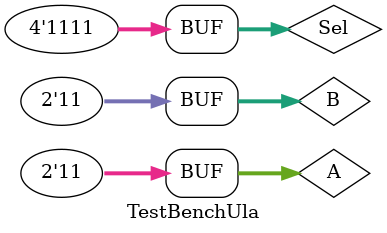
<source format=v>
module TestBenchUla();
reg [3:0]Sel;
reg [1:0]A, B;
wire [1:0]Saida;

ula u1(.Sel(Sel), .A(A), .B(B), .Saida(Saida));

initial begin
//Sel = 0000 -> Soma
		A = 2'b00; B = 1'b0; Sel = 4'b0000; #10;
		A = 2'b00; B = 1'b1; Sel = 4'b0000; #10; 
		A = 2'b01; B = 1'b0; Sel = 4'b0000; #10;
		A = 2'b01; B = 1'b1; Sel = 4'b0000; #10; 
		A = 2'b10; B = 1'b0; Sel = 4'b0000; #10;
		A = 2'b10; B = 1'b1; Sel = 4'b0000; #10; 
		A = 2'b11; B = 1'b0; Sel = 4'b0000; #10;
		A = 2'b11; B = 1'b1; Sel = 4'b0000; #10; 
//Sel = 0001 -> Subtração
		A = 2'b00; B =	1'b0; Sel = 4'b0001; #10; 
		A = 2'b00; B = 1'b1; Sel = 4'b0001; #10; 
		A = 2'b01; B = 1'b0; Sel = 4'b0001; #10;
		A = 2'b01; B = 1'b1; Sel = 4'b0001; #10; 
		A = 2'b10; B = 1'b0; Sel = 4'b0001; #10;
		A = 2'b10; B = 1'b1; Sel = 4'b0001; #10; 
		A = 2'b11; B = 1'b0; Sel = 4'b0001; #10;
		A = 2'b11; B = 1'b1; Sel = 4'b0001; #10; 
//Sel = 0010 -> Multiplicação
		A = 2'b00; B = 1'b0; Sel = 4'b0010; #10; 
		A = 2'b00; B = 1'b1; Sel = 4'b0010; #10; 
		A = 2'b01; B = 1'b0; Sel = 4'b0010; #10;
		A = 2'b01; B = 1'b1; Sel = 4'b0010; #10;  
		A = 2'b10; B = 1'b0; Sel = 4'b0010; #10;
		A = 2'b10; B = 1'b1; Sel = 4'b0010; #10; 
		A = 2'b11; B = 1'b0; Sel = 4'b0010; #10;
		A = 2'b11; B = 1'b1; Sel = 4'b0010; #10; 
//Sel = 0011 -> Divisão
		A = 2'b00; B = 1'b0; Sel = 4'b0011; #10; 
		A = 2'b00; B = 1'b1; Sel = 4'b0011; #10; 
		A = 2'b01; B = 1'b0; Sel = 4'b0011; #10;
		A = 2'b01; B = 1'b1; Sel = 4'b0011; #10; 
		A = 2'b10; B = 1'b0; Sel = 4'b0011; #10;
		A = 2'b10; B = 1'b1; Sel = 4'b0011; #10;  
		A = 2'b11; B = 1'b0; Sel = 4'b0011; #10;
		A = 2'b11; B = 1'b1; Sel = 4'b0011; #10; 
//Sel = 0100 -> Deslocamento pra esquerda
		A = 2'b00; Sel = 4'b0100; #10; 
		A = 2'b01; Sel = 4'b0100; #10;
		A = 2'b10; Sel = 4'b0100; #10;
		A = 2'b11; Sel = 4'b0100; #10;
//Sel = 0101 -> Deslocamento pra direita
		A = 2'b00; Sel = 4'b0101; #10; 
		A = 2'b01; Sel = 4'b0101; #10;
		A = 2'b10; Sel = 4'b0101; #10;
		A = 2'b11; Sel = 4'b0101; #10;
//Sel = 0110 -> Rotacionamento pra direita
		A = 2'b00; Sel = 4'b0110; #10; 
		A = 2'b01; Sel = 4'b0110; #10;
		A = 2'b10; Sel = 4'b0110; #10;
		A = 2'b11; Sel = 4'b0110; #10;
//Sel = 0111 -> Rotacionamento pra esquerda
		A = 2'b00; Sel = 4'b0111; #10; 
		A = 2'b01; Sel = 4'b0111; #10;
		A = 2'b10; Sel = 4'b0111; #10;
		A = 2'b11; Sel = 4'b0111; #10;
//Sel = 1000 -> And
		A = 2'b00; B = 1'b0; Sel = 4'b1000; #10; 
		A = 2'b00; B = 1'b1; Sel = 4'b1000; #10; 
		A = 2'b01; B = 1'b0; Sel = 4'b1000; #10;
		A = 2'b01; B = 1'b1; Sel = 4'b1000; #10; 
		A = 2'b10; B = 1'b0; Sel = 4'b1000; #10;
		A = 2'b10; B = 1'b1; Sel = 4'b1000; #10; 
		A = 2'b11; B = 1'b0; Sel = 4'b1000; #10;
		A = 2'b11; B = 1'b1; Sel = 4'b1000; #10; 
//Sel = 1001 -> Or
		A = 2'b00; B = 1'b0; Sel = 4'b1001; #10; 
		A = 2'b00; B = 1'b1; Sel = 4'b1001; #10; 
		A = 2'b01; B = 1'b0; Sel = 4'b1001; #10;
		A = 2'b01; B = 1'b1; Sel = 4'b1001; #10; 
		A = 2'b10; B = 1'b0; Sel = 4'b1001; #10;
		A = 2'b10; B = 1'b1; Sel = 4'b1001; #10; 
		A = 2'b11; B = 1'b0; Sel = 4'b1001; #10;
		A = 2'b11; B = 1'b1; Sel = 4'b1001; #10; 
//Sel = 1010 -> Xor
		A = 2'b00; B = 1'b0; Sel = 4'b1010; #10; 
		A = 2'b00; B = 1'b1; Sel = 4'b1010; #10; 
		A = 2'b01; B = 1'b0; Sel = 4'b1010; #10;
		A = 2'b01; B = 1'b1; Sel = 4'b1010; #10; 
		A = 2'b10; B = 1'b0; Sel = 4'b1010; #10;
		A = 2'b10; B = 1'b1; Sel = 4'b1010; #10; 
		A = 2'b11; B = 1'b0; Sel = 4'b1010; #10;
		A = 2'b11; B = 1'b1; Sel = 4'b1010; #10; 
//Sel = 1011 -> Nand
		A = 2'b00; B = 1'b0; Sel = 4'b1011; #10; 
		A = 2'b00; B = 1'b1; Sel = 4'b1011; #10; 
		A = 2'b01; B = 1'b0; Sel = 4'b1011; #10;
		A = 2'b01; B = 1'b1; Sel = 4'b1011; #10; 
		A = 2'b10; B = 1'b0; Sel = 4'b1011; #10;
		A = 2'b10; B = 1'b1; Sel = 4'b1011; #10; 
		A = 2'b11; B = 1'b0; Sel = 4'b1011; #10;
		A = 2'b11; B = 1'b1; Sel = 4'b1011; #10; 
//Sel = 1100 -> Nor
		A = 2'b00; B = 1'b0; Sel = 4'b1100; #10; 
		A = 2'b00; B = 1'b1; Sel = 4'b1100; #10; 
		A = 2'b01; B = 1'b0; Sel = 4'b1100; #10;
		A = 2'b01; B = 1'b1; Sel = 4'b1100; #10; 
		A = 2'b10; B = 1'b0; Sel = 4'b1100; #10;
		A = 2'b10; B = 1'b1; Sel = 4'b1100; #10; 
		A = 2'b11; B = 1'b0; Sel = 4'b1100; #10;
		A = 2'b11; B = 1'b1; Sel = 4'b1100; #10; 
//Sel = 1101 -> XNor
		A = 2'b00; B = 1'b0; Sel = 4'b1101; #10; 
		A = 2'b00; B = 1'b1; Sel = 4'b1101; #10; 
		A = 2'b01; B = 1'b0; Sel = 4'b1101; #10;
		A = 2'b01; B = 1'b1; Sel = 4'b1101; #10; 
		A = 2'b10; B = 1'b0; Sel = 4'b1101; #10;
		A = 2'b10; B = 1'b1; Sel = 4'b1101; #10; 
		A = 2'b11; B = 1'b0; Sel = 4'b1101; #10;
		A = 2'b11; B = 1'b1; Sel = 4'b1101; #10; 
//Sel = 1110 -> A>B (B precisa de 2 bits aqui)
		A = 2'b00; B = 2'b00; Sel = 4'b1110; #10; 
		A = 2'b00; B = 2'b01; Sel = 4'b1110; #10; 
		A = 2'b00; B = 2'b10; Sel = 4'b1110; #10; 
		A = 2'b00; B = 2'b11; Sel = 4'b1110; #10;
		A = 2'b01; B = 2'b00; Sel = 4'b1110; #10;
		A = 2'b01; B = 2'b01; Sel = 4'b1110; #10; 
		A = 2'b01; B = 2'b10; Sel = 4'b1110; #10; 
		A = 2'b01; B = 2'b11; Sel = 4'b1110; #10; 
		A = 2'b10; B = 2'b00; Sel = 4'b1110; #10;
		A = 2'b10; B = 2'b01; Sel = 4'b1110; #10; 
		A = 2'b10; B = 2'b10; Sel = 4'b1110; #10; 
		A = 2'b10; B = 2'b11; Sel = 4'b1110; #10; 
		A = 2'b11; B = 2'b00; Sel = 4'b1110; #10;
		A = 2'b11; B = 2'b01; Sel = 4'b1110; #10; 
		A = 2'b11; B = 2'b10; Sel = 4'b1110; #10; 
		A = 2'b11; B = 2'b11; Sel = 4'b1110; #10;
//Sel = 1111 -> A==B (B precisa de 2 bits aqui)
		A = 2'b00; B = 2'b00; Sel = 4'b1111; #10; 
		A = 2'b00; B = 2'b01; Sel = 4'b1111; #10; 
		A = 2'b00; B = 2'b10; Sel = 4'b1111; #10; 
		A = 2'b00; B = 2'b11; Sel = 4'b1111; #10;
		A = 2'b01; B = 2'b00; Sel = 4'b1111; #10;
		A = 2'b01; B = 2'b01; Sel = 4'b1111; #10; 
		A = 2'b01; B = 2'b10; Sel = 4'b1111; #10; 
		A = 2'b01; B = 2'b11; Sel = 4'b1111; #10; 
		A = 2'b10; B = 2'b00; Sel = 4'b1111; #10;
		A = 2'b10; B = 2'b01; Sel = 4'b1111; #10; 
		A = 2'b10; B = 2'b10; Sel = 4'b1111; #10; 
		A = 2'b10; B = 2'b11; Sel = 4'b1111; #10; 
		A = 2'b11; B = 2'b00; Sel = 4'b1111; #10;
		A = 2'b11; B = 2'b01; Sel = 4'b1111; #10; 
		A = 2'b11; B = 2'b10; Sel = 4'b1111; #10; 
		A = 2'b11; B = 2'b11; Sel = 4'b1111; #10;
	end
endmodule
</source>
